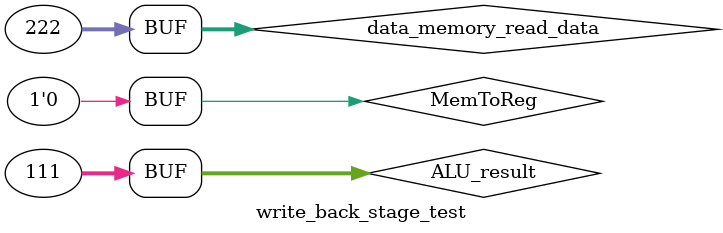
<source format=v>
`timescale 1ns / 1ps

module write_back_stage_test;

	// Inputs
	reg MemToReg;
	reg [31:0] ALU_result;
	reg [31:0] data_memory_read_data;

	// Outputs
	wire [31:0] write_data;

	// Instantiate the Unit Under Test (UUT)
	write_back_stage uut (
		.MemToReg(MemToReg), 
		.ALU_result(ALU_result), 
		.data_memory_read_data(data_memory_read_data), 
		.write_data(write_data)
	);

	initial
		begin
			MemToReg = 0;
			ALU_result = 111;
			data_memory_read_data = 222;
		end
      
endmodule

</source>
